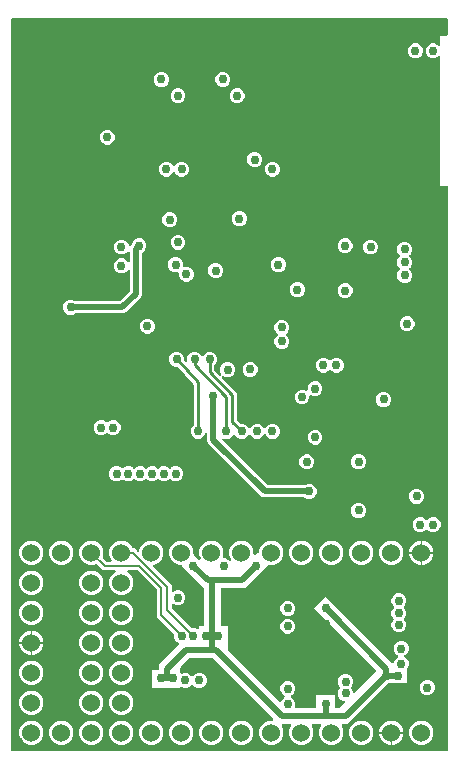
<source format=gbr>
G04 EAGLE Gerber RS-274X export*
G75*
%MOMM*%
%FSLAX34Y34*%
%LPD*%
%INCopper Layer 15*%
%IPPOS*%
%AMOC8*
5,1,8,0,0,1.08239X$1,22.5*%
G01*
G04 Define Apertures*
%ADD10C,1.530000*%
%ADD11C,0.756400*%
%ADD12C,0.254000*%
%ADD13C,0.508000*%
%ADD14C,0.200000*%
G36*
X371850Y2619D02*
X372178Y2844D01*
X372393Y3180D01*
X372460Y3540D01*
X372460Y480000D01*
X372381Y480390D01*
X372156Y480718D01*
X371821Y480933D01*
X371460Y481000D01*
X366039Y481000D01*
X366033Y481000D01*
X366009Y481008D01*
X366000Y481071D01*
X366000Y589645D01*
X365921Y590035D01*
X365696Y590363D01*
X365361Y590578D01*
X364968Y590645D01*
X364581Y590553D01*
X364293Y590352D01*
X363581Y589641D01*
X361258Y588678D01*
X358742Y588678D01*
X356419Y589641D01*
X354641Y591419D01*
X353678Y593742D01*
X353678Y596258D01*
X354641Y598581D01*
X356419Y600360D01*
X358742Y601322D01*
X361258Y601322D01*
X363581Y600360D01*
X364293Y599648D01*
X364625Y599428D01*
X365016Y599355D01*
X365405Y599440D01*
X365729Y599671D01*
X365938Y600009D01*
X366000Y600355D01*
X366000Y607961D01*
X366000Y607967D01*
X366008Y607991D01*
X366071Y608000D01*
X371460Y608000D01*
X371850Y608079D01*
X372178Y608304D01*
X372393Y608640D01*
X372460Y609000D01*
X372460Y621460D01*
X372381Y621850D01*
X372156Y622178D01*
X371821Y622393D01*
X371460Y622460D01*
X3540Y622460D01*
X3150Y622381D01*
X2822Y622156D01*
X2607Y621821D01*
X2540Y621460D01*
X2540Y3540D01*
X2619Y3150D01*
X2844Y2822D01*
X3180Y2607D01*
X3540Y2540D01*
X371460Y2540D01*
X371850Y2619D01*
G37*
%LPC*%
G36*
X343742Y588678D02*
X341419Y589641D01*
X339641Y591419D01*
X338678Y593742D01*
X338678Y596258D01*
X339641Y598581D01*
X341419Y600360D01*
X343742Y601322D01*
X346258Y601322D01*
X348581Y600360D01*
X350360Y598581D01*
X351322Y596258D01*
X351322Y593742D01*
X350360Y591419D01*
X348581Y589641D01*
X346258Y588678D01*
X343742Y588678D01*
G37*
G36*
X180742Y564678D02*
X178419Y565641D01*
X176641Y567419D01*
X175678Y569742D01*
X175678Y572258D01*
X176641Y574581D01*
X178419Y576360D01*
X180742Y577322D01*
X183258Y577322D01*
X185581Y576360D01*
X187360Y574581D01*
X188322Y572258D01*
X188322Y569742D01*
X187360Y567419D01*
X185581Y565641D01*
X183258Y564678D01*
X180742Y564678D01*
G37*
G36*
X128742Y564678D02*
X126419Y565641D01*
X124641Y567419D01*
X123678Y569742D01*
X123678Y572258D01*
X124641Y574581D01*
X126419Y576360D01*
X128742Y577322D01*
X131258Y577322D01*
X133581Y576360D01*
X135360Y574581D01*
X136322Y572258D01*
X136322Y569742D01*
X135360Y567419D01*
X133581Y565641D01*
X131258Y564678D01*
X128742Y564678D01*
G37*
G36*
X192742Y550678D02*
X190419Y551641D01*
X188641Y553419D01*
X187678Y555742D01*
X187678Y558258D01*
X188641Y560581D01*
X190419Y562360D01*
X192742Y563322D01*
X195258Y563322D01*
X197581Y562360D01*
X199360Y560581D01*
X200322Y558258D01*
X200322Y555742D01*
X199360Y553419D01*
X197581Y551641D01*
X195258Y550678D01*
X192742Y550678D01*
G37*
G36*
X142742Y550678D02*
X140419Y551641D01*
X138641Y553419D01*
X137678Y555742D01*
X137678Y558258D01*
X138641Y560581D01*
X140419Y562360D01*
X142742Y563322D01*
X145258Y563322D01*
X147581Y562360D01*
X149360Y560581D01*
X150322Y558258D01*
X150322Y555742D01*
X149360Y553419D01*
X147581Y551641D01*
X145258Y550678D01*
X142742Y550678D01*
G37*
G36*
X82742Y515678D02*
X80419Y516641D01*
X78641Y518419D01*
X77678Y520742D01*
X77678Y523258D01*
X78641Y525581D01*
X80419Y527360D01*
X82742Y528322D01*
X85258Y528322D01*
X87581Y527360D01*
X89360Y525581D01*
X90322Y523258D01*
X90322Y520742D01*
X89360Y518419D01*
X87581Y516641D01*
X85258Y515678D01*
X82742Y515678D01*
G37*
G36*
X207742Y496678D02*
X205419Y497641D01*
X203641Y499419D01*
X202678Y501742D01*
X202678Y504258D01*
X203641Y506581D01*
X205419Y508360D01*
X207742Y509322D01*
X210258Y509322D01*
X212581Y508360D01*
X214360Y506581D01*
X215322Y504258D01*
X215322Y501742D01*
X214360Y499419D01*
X212581Y497641D01*
X210258Y496678D01*
X207742Y496678D01*
G37*
G36*
X222742Y488678D02*
X220419Y489641D01*
X218641Y491419D01*
X217678Y493742D01*
X217678Y496258D01*
X218641Y498581D01*
X220419Y500360D01*
X222742Y501322D01*
X225258Y501322D01*
X227581Y500360D01*
X229360Y498581D01*
X230322Y496258D01*
X230322Y493742D01*
X229360Y491419D01*
X227581Y489641D01*
X225258Y488678D01*
X222742Y488678D01*
G37*
G36*
X132742Y488678D02*
X130419Y489641D01*
X128641Y491419D01*
X127678Y493742D01*
X127678Y496258D01*
X128641Y498581D01*
X130419Y500360D01*
X132742Y501322D01*
X135258Y501322D01*
X137581Y500360D01*
X139360Y498581D01*
X139576Y498058D01*
X139799Y497728D01*
X140132Y497511D01*
X140524Y497441D01*
X140912Y497530D01*
X141235Y497763D01*
X141424Y498058D01*
X141641Y498581D01*
X143419Y500360D01*
X145742Y501322D01*
X148258Y501322D01*
X150581Y500360D01*
X152360Y498581D01*
X153322Y496258D01*
X153322Y493742D01*
X152360Y491419D01*
X150581Y489641D01*
X148258Y488678D01*
X145742Y488678D01*
X143419Y489641D01*
X141641Y491419D01*
X141424Y491942D01*
X141201Y492272D01*
X140868Y492489D01*
X140476Y492559D01*
X140088Y492470D01*
X139765Y492237D01*
X139576Y491942D01*
X139360Y491419D01*
X137581Y489641D01*
X135258Y488678D01*
X132742Y488678D01*
G37*
G36*
X194742Y446678D02*
X192419Y447641D01*
X190641Y449419D01*
X189678Y451742D01*
X189678Y454258D01*
X190641Y456581D01*
X192419Y458360D01*
X194742Y459322D01*
X197258Y459322D01*
X199581Y458360D01*
X201360Y456581D01*
X202322Y454258D01*
X202322Y451742D01*
X201360Y449419D01*
X199581Y447641D01*
X197258Y446678D01*
X194742Y446678D01*
G37*
G36*
X135742Y445678D02*
X133419Y446641D01*
X131641Y448419D01*
X130678Y450742D01*
X130678Y453258D01*
X131641Y455581D01*
X133419Y457360D01*
X135742Y458322D01*
X138258Y458322D01*
X140581Y457360D01*
X142360Y455581D01*
X143322Y453258D01*
X143322Y450742D01*
X142360Y448419D01*
X140581Y446641D01*
X138258Y445678D01*
X135742Y445678D01*
G37*
G36*
X142742Y426678D02*
X140419Y427641D01*
X138641Y429419D01*
X137678Y431742D01*
X137678Y434258D01*
X138641Y436581D01*
X140419Y438360D01*
X142742Y439322D01*
X145258Y439322D01*
X147581Y438360D01*
X149360Y436581D01*
X150322Y434258D01*
X150322Y431742D01*
X149360Y429419D01*
X147581Y427641D01*
X145258Y426678D01*
X142742Y426678D01*
G37*
G36*
X284242Y423678D02*
X281919Y424641D01*
X280141Y426419D01*
X279178Y428742D01*
X279178Y431258D01*
X280141Y433581D01*
X281919Y435360D01*
X284242Y436322D01*
X286758Y436322D01*
X289081Y435360D01*
X290860Y433581D01*
X291822Y431258D01*
X291822Y428742D01*
X290860Y426419D01*
X289081Y424641D01*
X286758Y423678D01*
X284242Y423678D01*
G37*
G36*
X51742Y371678D02*
X49419Y372641D01*
X47641Y374419D01*
X46678Y376742D01*
X46678Y379258D01*
X47641Y381581D01*
X49419Y383360D01*
X51742Y384322D01*
X54258Y384322D01*
X56599Y383352D01*
X56900Y383153D01*
X57275Y383080D01*
X94482Y383080D01*
X94872Y383159D01*
X95189Y383373D01*
X102781Y390965D01*
X103001Y391297D01*
X103074Y391672D01*
X103074Y408719D01*
X102995Y409109D01*
X102770Y409437D01*
X102435Y409652D01*
X102042Y409719D01*
X101655Y409627D01*
X101367Y409426D01*
X99581Y407641D01*
X97258Y406678D01*
X94742Y406678D01*
X92419Y407641D01*
X90641Y409419D01*
X89678Y411742D01*
X89678Y414258D01*
X90641Y416581D01*
X92419Y418360D01*
X94742Y419322D01*
X97258Y419322D01*
X99581Y418360D01*
X101367Y416574D01*
X101699Y416354D01*
X102090Y416281D01*
X102479Y416366D01*
X102803Y416597D01*
X103012Y416935D01*
X103074Y417281D01*
X103074Y424719D01*
X102995Y425109D01*
X102770Y425437D01*
X102435Y425652D01*
X102042Y425719D01*
X101655Y425627D01*
X101367Y425426D01*
X99581Y423641D01*
X97258Y422678D01*
X94742Y422678D01*
X92419Y423641D01*
X90641Y425419D01*
X89678Y427742D01*
X89678Y430258D01*
X90641Y432581D01*
X92419Y434360D01*
X94742Y435322D01*
X97258Y435322D01*
X99581Y434360D01*
X101360Y432581D01*
X102262Y430402D01*
X102485Y430072D01*
X102818Y429855D01*
X103210Y429785D01*
X103598Y429873D01*
X103893Y430077D01*
X104385Y430569D01*
X104605Y430901D01*
X104671Y431241D01*
X105641Y433581D01*
X107419Y435360D01*
X109742Y436322D01*
X112258Y436322D01*
X114581Y435360D01*
X116360Y433581D01*
X117322Y431258D01*
X117322Y428742D01*
X116360Y426419D01*
X114581Y424641D01*
X113851Y424338D01*
X113521Y424116D01*
X113304Y423782D01*
X113234Y423414D01*
X113234Y388144D01*
X112461Y386276D01*
X99878Y373693D01*
X98010Y372920D01*
X57275Y372920D01*
X56885Y372841D01*
X56598Y372647D01*
X54258Y371678D01*
X51742Y371678D01*
G37*
G36*
X305742Y422678D02*
X303419Y423641D01*
X301641Y425419D01*
X300678Y427742D01*
X300678Y430258D01*
X301641Y432581D01*
X303419Y434360D01*
X305742Y435322D01*
X308258Y435322D01*
X310581Y434360D01*
X312360Y432581D01*
X313322Y430258D01*
X313322Y427742D01*
X312360Y425419D01*
X310581Y423641D01*
X308258Y422678D01*
X305742Y422678D01*
G37*
G36*
X334742Y398678D02*
X332419Y399641D01*
X330641Y401419D01*
X329678Y403742D01*
X329678Y406258D01*
X330641Y408581D01*
X331852Y409793D01*
X332072Y410125D01*
X332145Y410516D01*
X332060Y410905D01*
X331852Y411207D01*
X330641Y412419D01*
X329678Y414742D01*
X329678Y417258D01*
X330641Y419581D01*
X331852Y420793D01*
X332072Y421125D01*
X332145Y421516D01*
X332060Y421905D01*
X331852Y422207D01*
X330641Y423419D01*
X329678Y425742D01*
X329678Y428258D01*
X330641Y430581D01*
X332419Y432360D01*
X334742Y433322D01*
X337258Y433322D01*
X339581Y432360D01*
X341360Y430581D01*
X342322Y428258D01*
X342322Y425742D01*
X341360Y423419D01*
X340148Y422207D01*
X339928Y421875D01*
X339855Y421484D01*
X339940Y421095D01*
X340148Y420793D01*
X341360Y419581D01*
X342322Y417258D01*
X342322Y414742D01*
X341360Y412419D01*
X340148Y411207D01*
X339928Y410875D01*
X339855Y410484D01*
X339940Y410095D01*
X340148Y409793D01*
X341360Y408581D01*
X342322Y406258D01*
X342322Y403742D01*
X341360Y401419D01*
X339581Y399641D01*
X337258Y398678D01*
X334742Y398678D01*
G37*
G36*
X227742Y407678D02*
X225419Y408641D01*
X223641Y410419D01*
X222678Y412742D01*
X222678Y415258D01*
X223641Y417581D01*
X225419Y419360D01*
X227742Y420322D01*
X230258Y420322D01*
X232581Y419360D01*
X234360Y417581D01*
X235322Y415258D01*
X235322Y412742D01*
X234360Y410419D01*
X232581Y408641D01*
X230258Y407678D01*
X227742Y407678D01*
G37*
G36*
X149742Y399678D02*
X147419Y400641D01*
X145641Y402419D01*
X144678Y404742D01*
X144678Y406770D01*
X144599Y407160D01*
X144374Y407488D01*
X144039Y407703D01*
X143646Y407769D01*
X143295Y407694D01*
X143258Y407678D01*
X140742Y407678D01*
X138419Y408641D01*
X136641Y410419D01*
X135678Y412742D01*
X135678Y415258D01*
X136641Y417581D01*
X138419Y419360D01*
X140742Y420322D01*
X143258Y420322D01*
X145581Y419360D01*
X147360Y417581D01*
X148322Y415258D01*
X148322Y413230D01*
X148401Y412840D01*
X148626Y412512D01*
X148962Y412297D01*
X149354Y412231D01*
X149705Y412306D01*
X149743Y412322D01*
X152258Y412322D01*
X154581Y411360D01*
X156360Y409581D01*
X157322Y407258D01*
X157322Y404742D01*
X156360Y402419D01*
X154581Y400641D01*
X152258Y399678D01*
X149742Y399678D01*
G37*
G36*
X174742Y402678D02*
X172419Y403641D01*
X170641Y405419D01*
X169678Y407742D01*
X169678Y410258D01*
X170641Y412581D01*
X172419Y414360D01*
X174742Y415322D01*
X177258Y415322D01*
X179581Y414360D01*
X181360Y412581D01*
X182322Y410258D01*
X182322Y407742D01*
X181360Y405419D01*
X179581Y403641D01*
X177258Y402678D01*
X174742Y402678D01*
G37*
G36*
X243742Y386678D02*
X241419Y387641D01*
X239641Y389419D01*
X238678Y391742D01*
X238678Y394258D01*
X239641Y396581D01*
X241419Y398360D01*
X243742Y399322D01*
X246258Y399322D01*
X248581Y398360D01*
X250360Y396581D01*
X251322Y394258D01*
X251322Y391742D01*
X250360Y389419D01*
X248581Y387641D01*
X246258Y386678D01*
X243742Y386678D01*
G37*
G36*
X284242Y385678D02*
X281919Y386641D01*
X280141Y388419D01*
X279178Y390742D01*
X279178Y393258D01*
X280141Y395581D01*
X281919Y397360D01*
X284242Y398322D01*
X286758Y398322D01*
X289081Y397360D01*
X290860Y395581D01*
X291822Y393258D01*
X291822Y390742D01*
X290860Y388419D01*
X289081Y386641D01*
X286758Y385678D01*
X284242Y385678D01*
G37*
G36*
X336742Y357678D02*
X334419Y358641D01*
X332641Y360419D01*
X331678Y362742D01*
X331678Y365258D01*
X332641Y367581D01*
X334419Y369360D01*
X336742Y370322D01*
X339258Y370322D01*
X341581Y369360D01*
X343360Y367581D01*
X344322Y365258D01*
X344322Y362742D01*
X343360Y360419D01*
X341581Y358641D01*
X339258Y357678D01*
X336742Y357678D01*
G37*
G36*
X116742Y355678D02*
X114419Y356641D01*
X112641Y358419D01*
X111678Y360742D01*
X111678Y363258D01*
X112641Y365581D01*
X114419Y367360D01*
X116742Y368322D01*
X119258Y368322D01*
X121581Y367360D01*
X123360Y365581D01*
X124322Y363258D01*
X124322Y360742D01*
X123360Y358419D01*
X121581Y356641D01*
X119258Y355678D01*
X116742Y355678D01*
G37*
G36*
X230742Y342678D02*
X228419Y343641D01*
X226641Y345419D01*
X225678Y347742D01*
X225678Y350258D01*
X226641Y352581D01*
X228352Y354293D01*
X228572Y354625D01*
X228645Y355016D01*
X228560Y355405D01*
X228352Y355707D01*
X226641Y357419D01*
X225678Y359742D01*
X225678Y362258D01*
X226641Y364581D01*
X228419Y366360D01*
X230742Y367322D01*
X233258Y367322D01*
X235581Y366360D01*
X237360Y364581D01*
X238322Y362258D01*
X238322Y359742D01*
X237360Y357419D01*
X235648Y355707D01*
X235428Y355375D01*
X235355Y354984D01*
X235440Y354595D01*
X235648Y354293D01*
X237360Y352581D01*
X238322Y350258D01*
X238322Y347742D01*
X237360Y345419D01*
X235581Y343641D01*
X233258Y342678D01*
X230742Y342678D01*
G37*
G36*
X253742Y215678D02*
X251401Y216648D01*
X251100Y216847D01*
X250725Y216920D01*
X216990Y216920D01*
X215122Y217693D01*
X169693Y263122D01*
X168920Y264990D01*
X168920Y270573D01*
X168841Y270963D01*
X168616Y271291D01*
X168281Y271506D01*
X167888Y271573D01*
X167501Y271481D01*
X167180Y271246D01*
X166996Y270956D01*
X166360Y269419D01*
X164581Y267641D01*
X162258Y266678D01*
X159742Y266678D01*
X157419Y267641D01*
X155641Y269419D01*
X154678Y271742D01*
X154678Y274258D01*
X155641Y276581D01*
X156897Y277838D01*
X157117Y278170D01*
X157190Y278545D01*
X157190Y312559D01*
X157111Y312949D01*
X156926Y313236D01*
X143936Y327355D01*
X143614Y327588D01*
X143200Y327678D01*
X141742Y327678D01*
X139419Y328641D01*
X137641Y330419D01*
X136678Y332742D01*
X136678Y335258D01*
X137641Y337581D01*
X139419Y339360D01*
X141742Y340322D01*
X144258Y340322D01*
X146581Y339360D01*
X148360Y337581D01*
X149322Y335258D01*
X149322Y333146D01*
X149401Y332756D01*
X149586Y332469D01*
X149942Y332082D01*
X150264Y331848D01*
X150652Y331759D01*
X151044Y331828D01*
X151378Y332045D01*
X151601Y332374D01*
X151678Y332759D01*
X151678Y335258D01*
X152641Y337581D01*
X154419Y339360D01*
X156742Y340322D01*
X159258Y340322D01*
X161581Y339360D01*
X163360Y337581D01*
X163576Y337058D01*
X163799Y336728D01*
X164132Y336511D01*
X164524Y336441D01*
X164912Y336530D01*
X165235Y336763D01*
X165424Y337058D01*
X165641Y337581D01*
X167419Y339360D01*
X169742Y340322D01*
X172258Y340322D01*
X174581Y339360D01*
X176360Y337581D01*
X177322Y335258D01*
X177322Y332742D01*
X176360Y330419D01*
X175103Y329162D01*
X174883Y328830D01*
X174810Y328455D01*
X174810Y324992D01*
X174889Y324602D01*
X175103Y324285D01*
X178974Y320414D01*
X179306Y320194D01*
X179697Y320121D01*
X180086Y320206D01*
X180411Y320437D01*
X180620Y320775D01*
X180680Y321169D01*
X180605Y321504D01*
X179678Y323742D01*
X179678Y326258D01*
X180641Y328581D01*
X182419Y330360D01*
X184742Y331322D01*
X187258Y331322D01*
X189581Y330360D01*
X191360Y328581D01*
X192322Y326258D01*
X192322Y323742D01*
X191360Y321419D01*
X189581Y319641D01*
X187258Y318678D01*
X184742Y318678D01*
X182504Y319605D01*
X182113Y319682D01*
X181724Y319599D01*
X181397Y319372D01*
X181185Y319035D01*
X181122Y318642D01*
X181216Y318255D01*
X181414Y317974D01*
X193810Y305578D01*
X193810Y282992D01*
X193889Y282602D01*
X194103Y282285D01*
X196773Y279615D01*
X197105Y279395D01*
X197480Y279322D01*
X199258Y279322D01*
X201581Y278360D01*
X203360Y276581D01*
X203576Y276058D01*
X203799Y275728D01*
X204132Y275511D01*
X204524Y275441D01*
X204912Y275530D01*
X205235Y275763D01*
X205424Y276058D01*
X205641Y276581D01*
X207419Y278360D01*
X209742Y279322D01*
X212258Y279322D01*
X214581Y278360D01*
X216360Y276581D01*
X216576Y276058D01*
X216799Y275728D01*
X217132Y275511D01*
X217524Y275441D01*
X217912Y275530D01*
X218235Y275763D01*
X218424Y276058D01*
X218641Y276581D01*
X220419Y278360D01*
X222742Y279322D01*
X225258Y279322D01*
X227581Y278360D01*
X229360Y276581D01*
X230322Y274258D01*
X230322Y271742D01*
X229360Y269419D01*
X227581Y267641D01*
X225258Y266678D01*
X222742Y266678D01*
X220419Y267641D01*
X218641Y269419D01*
X218424Y269942D01*
X218201Y270272D01*
X217868Y270489D01*
X217476Y270559D01*
X217088Y270470D01*
X216765Y270237D01*
X216576Y269942D01*
X216360Y269419D01*
X214581Y267641D01*
X212258Y266678D01*
X209742Y266678D01*
X207419Y267641D01*
X205641Y269419D01*
X205424Y269942D01*
X205201Y270272D01*
X204868Y270489D01*
X204476Y270559D01*
X204088Y270470D01*
X203765Y270237D01*
X203576Y269942D01*
X203360Y269419D01*
X201581Y267641D01*
X199258Y266678D01*
X196742Y266678D01*
X194419Y267641D01*
X192641Y269419D01*
X192424Y269942D01*
X192201Y270272D01*
X191868Y270489D01*
X191476Y270559D01*
X191088Y270470D01*
X190765Y270237D01*
X190576Y269942D01*
X190360Y269419D01*
X188581Y267641D01*
X186258Y266678D01*
X183742Y266678D01*
X182862Y267043D01*
X182472Y267119D01*
X182082Y267036D01*
X181756Y266809D01*
X181544Y266472D01*
X181481Y266079D01*
X181575Y265692D01*
X181773Y265412D01*
X219811Y227373D01*
X220143Y227153D01*
X220518Y227080D01*
X250725Y227080D01*
X251115Y227159D01*
X251402Y227353D01*
X253742Y228322D01*
X256258Y228322D01*
X258581Y227360D01*
X260360Y225581D01*
X261322Y223258D01*
X261322Y220742D01*
X260360Y218419D01*
X258581Y216641D01*
X256258Y215678D01*
X253742Y215678D01*
G37*
G36*
X265742Y322678D02*
X263419Y323641D01*
X261641Y325419D01*
X260678Y327742D01*
X260678Y330258D01*
X261641Y332581D01*
X263419Y334360D01*
X265742Y335322D01*
X268258Y335322D01*
X270581Y334360D01*
X271793Y333148D01*
X272125Y332928D01*
X272516Y332855D01*
X272905Y332940D01*
X273207Y333148D01*
X274419Y334360D01*
X276742Y335322D01*
X279258Y335322D01*
X281581Y334360D01*
X283360Y332581D01*
X284322Y330258D01*
X284322Y327742D01*
X283360Y325419D01*
X281581Y323641D01*
X279258Y322678D01*
X276742Y322678D01*
X274419Y323641D01*
X273207Y324852D01*
X272875Y325072D01*
X272484Y325145D01*
X272095Y325060D01*
X271793Y324852D01*
X270581Y323641D01*
X268258Y322678D01*
X265742Y322678D01*
G37*
G36*
X203742Y318984D02*
X201419Y319947D01*
X199641Y321725D01*
X198678Y324048D01*
X198678Y326564D01*
X199641Y328887D01*
X201419Y330666D01*
X203742Y331628D01*
X206258Y331628D01*
X208581Y330666D01*
X210360Y328887D01*
X211322Y326564D01*
X211322Y324048D01*
X210360Y321725D01*
X208581Y319947D01*
X206258Y318984D01*
X203742Y318984D01*
G37*
G36*
X247742Y295678D02*
X245419Y296641D01*
X243641Y298419D01*
X242678Y300742D01*
X242678Y303258D01*
X243641Y305581D01*
X245419Y307360D01*
X247742Y308322D01*
X250258Y308322D01*
X252295Y307478D01*
X252686Y307402D01*
X253075Y307484D01*
X253402Y307712D01*
X253614Y308049D01*
X253678Y308402D01*
X253678Y310258D01*
X254641Y312581D01*
X256419Y314360D01*
X258742Y315322D01*
X261258Y315322D01*
X263581Y314360D01*
X265360Y312581D01*
X266322Y310258D01*
X266322Y307742D01*
X265360Y305419D01*
X263581Y303641D01*
X261258Y302678D01*
X258742Y302678D01*
X256705Y303522D01*
X256314Y303598D01*
X255925Y303516D01*
X255598Y303288D01*
X255386Y302951D01*
X255322Y302598D01*
X255322Y300742D01*
X254360Y298419D01*
X252581Y296641D01*
X250258Y295678D01*
X247742Y295678D01*
G37*
G36*
X316742Y293678D02*
X314419Y294641D01*
X312641Y296419D01*
X311678Y298742D01*
X311678Y301258D01*
X312641Y303581D01*
X314419Y305360D01*
X316742Y306322D01*
X319258Y306322D01*
X321581Y305360D01*
X323360Y303581D01*
X324322Y301258D01*
X324322Y298742D01*
X323360Y296419D01*
X321581Y294641D01*
X319258Y293678D01*
X316742Y293678D01*
G37*
G36*
X77742Y269678D02*
X75419Y270641D01*
X73641Y272419D01*
X72678Y274742D01*
X72678Y277258D01*
X73641Y279581D01*
X75419Y281360D01*
X77742Y282322D01*
X80258Y282322D01*
X82581Y281360D01*
X83293Y280648D01*
X83625Y280428D01*
X84016Y280355D01*
X84405Y280440D01*
X84707Y280648D01*
X85419Y281360D01*
X87742Y282322D01*
X90258Y282322D01*
X92581Y281360D01*
X94360Y279581D01*
X95322Y277258D01*
X95322Y274742D01*
X94360Y272419D01*
X92581Y270641D01*
X90258Y269678D01*
X87742Y269678D01*
X85419Y270641D01*
X84707Y271352D01*
X84375Y271572D01*
X83984Y271645D01*
X83595Y271560D01*
X83293Y271352D01*
X82581Y270641D01*
X80258Y269678D01*
X77742Y269678D01*
G37*
G36*
X258742Y261678D02*
X256419Y262641D01*
X254641Y264419D01*
X253678Y266742D01*
X253678Y269258D01*
X254641Y271581D01*
X256419Y273360D01*
X258742Y274322D01*
X261258Y274322D01*
X263581Y273360D01*
X265360Y271581D01*
X266322Y269258D01*
X266322Y266742D01*
X265360Y264419D01*
X263581Y262641D01*
X261258Y261678D01*
X258742Y261678D01*
G37*
G36*
X295592Y240828D02*
X293269Y241791D01*
X291491Y243569D01*
X290528Y245892D01*
X290528Y248408D01*
X291491Y250731D01*
X293269Y252510D01*
X295592Y253472D01*
X298108Y253472D01*
X300431Y252510D01*
X302210Y250731D01*
X303172Y248408D01*
X303172Y245892D01*
X302210Y243569D01*
X300431Y241791D01*
X298108Y240828D01*
X295592Y240828D01*
G37*
G36*
X251742Y240678D02*
X249419Y241641D01*
X247641Y243419D01*
X246678Y245742D01*
X246678Y248258D01*
X247641Y250581D01*
X249419Y252360D01*
X251742Y253322D01*
X254258Y253322D01*
X256581Y252360D01*
X258360Y250581D01*
X259322Y248258D01*
X259322Y245742D01*
X258360Y243419D01*
X256581Y241641D01*
X254258Y240678D01*
X251742Y240678D01*
G37*
G36*
X90742Y230678D02*
X88419Y231641D01*
X86641Y233419D01*
X85678Y235742D01*
X85678Y238258D01*
X86641Y240581D01*
X88419Y242360D01*
X90742Y243322D01*
X93258Y243322D01*
X95581Y242360D01*
X96293Y241648D01*
X96625Y241428D01*
X97016Y241355D01*
X97405Y241440D01*
X97707Y241648D01*
X98419Y242360D01*
X100742Y243322D01*
X103258Y243322D01*
X105581Y242360D01*
X106293Y241648D01*
X106625Y241428D01*
X107016Y241355D01*
X107405Y241440D01*
X107707Y241648D01*
X108419Y242360D01*
X110742Y243322D01*
X113258Y243322D01*
X115581Y242360D01*
X116293Y241648D01*
X116625Y241428D01*
X117016Y241355D01*
X117405Y241440D01*
X117707Y241648D01*
X118419Y242360D01*
X120742Y243322D01*
X123258Y243322D01*
X125581Y242360D01*
X126293Y241648D01*
X126625Y241428D01*
X127016Y241355D01*
X127405Y241440D01*
X127707Y241648D01*
X128419Y242360D01*
X130742Y243322D01*
X133258Y243322D01*
X135581Y242360D01*
X136293Y241648D01*
X136625Y241428D01*
X137016Y241355D01*
X137405Y241440D01*
X137707Y241648D01*
X138419Y242360D01*
X140742Y243322D01*
X143258Y243322D01*
X145581Y242360D01*
X147360Y240581D01*
X148322Y238258D01*
X148322Y235742D01*
X147360Y233419D01*
X145581Y231641D01*
X143258Y230678D01*
X140742Y230678D01*
X138419Y231641D01*
X137707Y232352D01*
X137375Y232572D01*
X136984Y232645D01*
X136595Y232560D01*
X136293Y232352D01*
X135581Y231641D01*
X133258Y230678D01*
X130742Y230678D01*
X128419Y231641D01*
X127707Y232352D01*
X127375Y232572D01*
X126984Y232645D01*
X126595Y232560D01*
X126293Y232352D01*
X125581Y231641D01*
X123258Y230678D01*
X120742Y230678D01*
X118419Y231641D01*
X117707Y232352D01*
X117375Y232572D01*
X116984Y232645D01*
X116595Y232560D01*
X116293Y232352D01*
X115581Y231641D01*
X113258Y230678D01*
X110742Y230678D01*
X108419Y231641D01*
X107707Y232352D01*
X107375Y232572D01*
X106984Y232645D01*
X106595Y232560D01*
X106293Y232352D01*
X105581Y231641D01*
X103258Y230678D01*
X100742Y230678D01*
X98419Y231641D01*
X97707Y232352D01*
X97375Y232572D01*
X96984Y232645D01*
X96595Y232560D01*
X96293Y232352D01*
X95581Y231641D01*
X93258Y230678D01*
X90742Y230678D01*
G37*
G36*
X344742Y211678D02*
X342419Y212641D01*
X340641Y214419D01*
X339678Y216742D01*
X339678Y219258D01*
X340641Y221581D01*
X342419Y223360D01*
X344742Y224322D01*
X347258Y224322D01*
X349581Y223360D01*
X351360Y221581D01*
X352322Y219258D01*
X352322Y216742D01*
X351360Y214419D01*
X349581Y212641D01*
X347258Y211678D01*
X344742Y211678D01*
G37*
G36*
X295742Y199678D02*
X293419Y200641D01*
X291641Y202419D01*
X290678Y204742D01*
X290678Y207258D01*
X291641Y209581D01*
X293419Y211360D01*
X295742Y212322D01*
X298258Y212322D01*
X300581Y211360D01*
X302360Y209581D01*
X303322Y207258D01*
X303322Y204742D01*
X302360Y202419D01*
X300581Y200641D01*
X298258Y199678D01*
X295742Y199678D01*
G37*
G36*
X347742Y187678D02*
X345419Y188641D01*
X343641Y190419D01*
X342678Y192742D01*
X342678Y195258D01*
X343641Y197581D01*
X345419Y199360D01*
X347742Y200322D01*
X350258Y200322D01*
X352581Y199360D01*
X353793Y198148D01*
X354125Y197928D01*
X354516Y197855D01*
X354905Y197940D01*
X355207Y198148D01*
X356419Y199360D01*
X358742Y200322D01*
X361258Y200322D01*
X363581Y199360D01*
X365360Y197581D01*
X366322Y195258D01*
X366322Y192742D01*
X365360Y190419D01*
X363581Y188641D01*
X361258Y187678D01*
X358742Y187678D01*
X356419Y188641D01*
X355207Y189852D01*
X354875Y190072D01*
X354484Y190145D01*
X354095Y190060D01*
X353793Y189852D01*
X352581Y188641D01*
X350258Y187678D01*
X347742Y187678D01*
G37*
G36*
X339910Y170972D02*
X339910Y172237D01*
X341461Y175982D01*
X344328Y178849D01*
X348073Y180400D01*
X349338Y180400D01*
X349338Y170972D01*
X339910Y170972D01*
G37*
G36*
X322673Y160020D02*
X318928Y161571D01*
X316061Y164438D01*
X314510Y168183D01*
X314510Y172237D01*
X316061Y175982D01*
X318928Y178849D01*
X322673Y180400D01*
X326727Y180400D01*
X330472Y178849D01*
X333339Y175982D01*
X334890Y172237D01*
X334890Y168183D01*
X333339Y164438D01*
X330472Y161571D01*
X326727Y160020D01*
X322673Y160020D01*
G37*
G36*
X297273Y160020D02*
X293528Y161571D01*
X290661Y164438D01*
X289110Y168183D01*
X289110Y172237D01*
X290661Y175982D01*
X293528Y178849D01*
X297273Y180400D01*
X301327Y180400D01*
X305072Y178849D01*
X307939Y175982D01*
X309490Y172237D01*
X309490Y168183D01*
X307939Y164438D01*
X305072Y161571D01*
X301327Y160020D01*
X297273Y160020D01*
G37*
G36*
X271873Y160020D02*
X268128Y161571D01*
X265261Y164438D01*
X263710Y168183D01*
X263710Y172237D01*
X265261Y175982D01*
X268128Y178849D01*
X271873Y180400D01*
X275927Y180400D01*
X279672Y178849D01*
X282539Y175982D01*
X284090Y172237D01*
X284090Y168183D01*
X282539Y164438D01*
X279672Y161571D01*
X275927Y160020D01*
X271873Y160020D01*
G37*
G36*
X246473Y160020D02*
X242728Y161571D01*
X239861Y164438D01*
X238310Y168183D01*
X238310Y172237D01*
X239861Y175982D01*
X242728Y178849D01*
X246473Y180400D01*
X250527Y180400D01*
X254272Y178849D01*
X257139Y175982D01*
X258690Y172237D01*
X258690Y168183D01*
X257139Y164438D01*
X254272Y161571D01*
X250527Y160020D01*
X246473Y160020D01*
G37*
G36*
X17873Y160020D02*
X14128Y161571D01*
X11261Y164438D01*
X9710Y168183D01*
X9710Y172237D01*
X11261Y175982D01*
X14128Y178849D01*
X17873Y180400D01*
X21927Y180400D01*
X25672Y178849D01*
X28539Y175982D01*
X30090Y172237D01*
X30090Y168183D01*
X28539Y164438D01*
X25672Y161571D01*
X21927Y160020D01*
X17873Y160020D01*
G37*
G36*
X43273Y160020D02*
X39528Y161571D01*
X36661Y164438D01*
X35110Y168183D01*
X35110Y172237D01*
X36661Y175982D01*
X39528Y178849D01*
X43273Y180400D01*
X47327Y180400D01*
X51072Y178849D01*
X53939Y175982D01*
X55490Y172237D01*
X55490Y168183D01*
X53939Y164438D01*
X51072Y161571D01*
X47327Y160020D01*
X43273Y160020D01*
G37*
G36*
X221073Y7620D02*
X217328Y9171D01*
X214461Y12038D01*
X212910Y15783D01*
X212910Y19837D01*
X214461Y23582D01*
X217328Y26449D01*
X221073Y28000D01*
X223586Y28000D01*
X223976Y28079D01*
X224304Y28304D01*
X224519Y28640D01*
X224585Y29032D01*
X224494Y29419D01*
X224293Y29707D01*
X173293Y80707D01*
X172961Y80927D01*
X172586Y81000D01*
X154414Y81000D01*
X154024Y80921D01*
X153707Y80707D01*
X146293Y73293D01*
X146073Y72961D01*
X146000Y72586D01*
X146000Y68683D01*
X146079Y68293D01*
X146304Y67964D01*
X146640Y67750D01*
X147032Y67683D01*
X147383Y67759D01*
X148742Y68322D01*
X151258Y68322D01*
X153581Y67360D01*
X155293Y65648D01*
X155625Y65428D01*
X156016Y65355D01*
X156405Y65440D01*
X156707Y65648D01*
X158419Y67360D01*
X160742Y68322D01*
X163258Y68322D01*
X165581Y67360D01*
X167360Y65581D01*
X168322Y63258D01*
X168322Y60742D01*
X167360Y58419D01*
X165581Y56641D01*
X163258Y55678D01*
X160742Y55678D01*
X158419Y56641D01*
X156707Y58352D01*
X156375Y58572D01*
X155984Y58645D01*
X155595Y58560D01*
X155293Y58352D01*
X153581Y56641D01*
X151258Y55678D01*
X148742Y55678D01*
X147175Y56327D01*
X146785Y56403D01*
X146395Y56321D01*
X146114Y56084D01*
X146101Y56099D01*
X145996Y56010D01*
X145929Y56000D01*
X122039Y56000D01*
X122033Y56000D01*
X122009Y56008D01*
X122000Y56071D01*
X122000Y70961D01*
X122000Y70967D01*
X122008Y70991D01*
X122071Y71000D01*
X127000Y71000D01*
X127390Y71079D01*
X127718Y71304D01*
X127933Y71640D01*
X128000Y72000D01*
X128000Y75945D01*
X128004Y75983D01*
X128009Y75995D01*
X128050Y76050D01*
X144639Y92639D01*
X144858Y92970D01*
X144931Y93362D01*
X144846Y93750D01*
X144616Y94075D01*
X144314Y94270D01*
X143419Y94641D01*
X141641Y96419D01*
X140678Y98742D01*
X140678Y100901D01*
X140599Y101292D01*
X140385Y101609D01*
X126460Y115534D01*
X126460Y138119D01*
X126381Y138510D01*
X126167Y138827D01*
X109827Y155167D01*
X109495Y155387D01*
X109119Y155460D01*
X102044Y155460D01*
X101654Y155381D01*
X101325Y155156D01*
X101111Y154821D01*
X101044Y154428D01*
X101136Y154041D01*
X101371Y153720D01*
X101661Y153536D01*
X101872Y153449D01*
X104739Y150582D01*
X106290Y146837D01*
X106290Y142783D01*
X104739Y139038D01*
X101872Y136171D01*
X98127Y134620D01*
X94073Y134620D01*
X90328Y136171D01*
X87461Y139038D01*
X85910Y142783D01*
X85910Y146837D01*
X87461Y150582D01*
X90328Y153449D01*
X90539Y153536D01*
X90869Y153759D01*
X91086Y154092D01*
X91156Y154484D01*
X91067Y154872D01*
X90835Y155195D01*
X90494Y155401D01*
X90156Y155460D01*
X80444Y155460D01*
X75432Y160472D01*
X75100Y160692D01*
X74709Y160765D01*
X74342Y160689D01*
X72727Y160020D01*
X68673Y160020D01*
X64928Y161571D01*
X62061Y164438D01*
X60510Y168183D01*
X60510Y172237D01*
X62061Y175982D01*
X64928Y178849D01*
X68673Y180400D01*
X72727Y180400D01*
X76472Y178849D01*
X79339Y175982D01*
X80890Y172237D01*
X80890Y168183D01*
X80221Y166568D01*
X80145Y166178D01*
X80227Y165788D01*
X80438Y165478D01*
X83083Y162833D01*
X83415Y162613D01*
X83791Y162540D01*
X86945Y162540D01*
X87335Y162619D01*
X87663Y162844D01*
X87878Y163180D01*
X87944Y163572D01*
X87853Y163959D01*
X87652Y164247D01*
X87461Y164438D01*
X85910Y168183D01*
X85910Y172237D01*
X87461Y175982D01*
X90328Y178849D01*
X94073Y180400D01*
X98127Y180400D01*
X101872Y178849D01*
X104739Y175982D01*
X105408Y174367D01*
X105630Y174037D01*
X105964Y173820D01*
X106331Y173750D01*
X107256Y173750D01*
X109603Y171403D01*
X109935Y171184D01*
X110326Y171111D01*
X110715Y171196D01*
X111039Y171426D01*
X111248Y171765D01*
X111310Y172111D01*
X111310Y172237D01*
X112861Y175982D01*
X115728Y178849D01*
X119473Y180400D01*
X123527Y180400D01*
X127272Y178849D01*
X130139Y175982D01*
X131690Y172237D01*
X131690Y168183D01*
X130139Y164438D01*
X127272Y161571D01*
X123527Y160020D01*
X123401Y160020D01*
X123011Y159941D01*
X122682Y159716D01*
X122468Y159381D01*
X122401Y158988D01*
X122493Y158601D01*
X122693Y158313D01*
X138540Y142466D01*
X138540Y137895D01*
X138619Y137505D01*
X138844Y137177D01*
X139180Y136962D01*
X139572Y136895D01*
X139959Y136987D01*
X140247Y137188D01*
X140419Y137360D01*
X142742Y138322D01*
X145258Y138322D01*
X147581Y137360D01*
X149360Y135581D01*
X150322Y133258D01*
X150322Y130742D01*
X149360Y128419D01*
X147581Y126641D01*
X145258Y125678D01*
X142742Y125678D01*
X140419Y126641D01*
X140247Y126812D01*
X139915Y127032D01*
X139524Y127105D01*
X139135Y127020D01*
X138811Y126789D01*
X138602Y126451D01*
X138540Y126105D01*
X138540Y123881D01*
X138619Y123491D01*
X138833Y123173D01*
X155391Y106615D01*
X155723Y106395D01*
X156099Y106322D01*
X158258Y106322D01*
X160617Y105345D01*
X161008Y105268D01*
X161397Y105351D01*
X161724Y105578D01*
X161936Y105915D01*
X162000Y106268D01*
X162000Y107961D01*
X162000Y107967D01*
X162008Y107991D01*
X162071Y108000D01*
X165000Y108000D01*
X165390Y108079D01*
X165718Y108304D01*
X165933Y108640D01*
X166000Y109000D01*
X166000Y139586D01*
X165921Y139976D01*
X165707Y140293D01*
X147028Y158972D01*
X147023Y158977D01*
X147010Y159003D01*
X146981Y159138D01*
X146957Y159337D01*
X146758Y159682D01*
X146440Y159922D01*
X146009Y160020D01*
X144873Y160020D01*
X141128Y161571D01*
X138261Y164438D01*
X136710Y168183D01*
X136710Y172237D01*
X138261Y175982D01*
X141128Y178849D01*
X144873Y180400D01*
X148927Y180400D01*
X152672Y178849D01*
X155539Y175982D01*
X157090Y172237D01*
X157090Y169324D01*
X157169Y168934D01*
X157383Y168617D01*
X161591Y164409D01*
X161923Y164189D01*
X162314Y164116D01*
X162703Y164202D01*
X163027Y164432D01*
X163236Y164771D01*
X163297Y165164D01*
X163222Y165499D01*
X162110Y168183D01*
X162110Y172237D01*
X163661Y175982D01*
X166528Y178849D01*
X170273Y180400D01*
X174327Y180400D01*
X178072Y178849D01*
X180939Y175982D01*
X182490Y172237D01*
X182490Y168183D01*
X181878Y166705D01*
X181802Y166314D01*
X181884Y165925D01*
X182112Y165598D01*
X182448Y165386D01*
X182802Y165322D01*
X184258Y165322D01*
X186581Y164360D01*
X187316Y163625D01*
X187647Y163405D01*
X188039Y163332D01*
X188427Y163418D01*
X188752Y163648D01*
X188961Y163987D01*
X189022Y164380D01*
X188947Y164715D01*
X187510Y168183D01*
X187510Y172237D01*
X189061Y175982D01*
X191928Y178849D01*
X195673Y180400D01*
X199727Y180400D01*
X203472Y178849D01*
X206339Y175982D01*
X207890Y172237D01*
X207890Y169304D01*
X207969Y168914D01*
X208194Y168586D01*
X208530Y168371D01*
X208922Y168305D01*
X209309Y168396D01*
X209597Y168597D01*
X210972Y169972D01*
X210977Y169977D01*
X210999Y169988D01*
X211050Y169950D01*
X211203Y169797D01*
X211535Y169577D01*
X211926Y169504D01*
X212315Y169590D01*
X212639Y169820D01*
X212848Y170159D01*
X212910Y170504D01*
X212910Y172237D01*
X214461Y175982D01*
X217328Y178849D01*
X221073Y180400D01*
X225127Y180400D01*
X228872Y178849D01*
X231739Y175982D01*
X233290Y172237D01*
X233290Y168183D01*
X231739Y164438D01*
X228872Y161571D01*
X225127Y160020D01*
X221434Y160020D01*
X221044Y159941D01*
X220727Y159727D01*
X201039Y140039D01*
X201009Y140015D01*
X200997Y140010D01*
X200929Y140000D01*
X181000Y140000D01*
X180610Y139921D01*
X180282Y139696D01*
X180067Y139361D01*
X180000Y139000D01*
X180000Y109000D01*
X180079Y108610D01*
X180304Y108282D01*
X180640Y108067D01*
X181000Y108000D01*
X185961Y108000D01*
X185967Y108000D01*
X185991Y107992D01*
X186000Y107929D01*
X186000Y88414D01*
X186079Y88024D01*
X186293Y87707D01*
X229639Y44361D01*
X229970Y44142D01*
X230362Y44069D01*
X230750Y44154D01*
X231075Y44384D01*
X231270Y44686D01*
X231641Y45581D01*
X233419Y47360D01*
X233942Y47576D01*
X234272Y47799D01*
X234489Y48132D01*
X234559Y48524D01*
X234470Y48912D01*
X234237Y49235D01*
X233942Y49424D01*
X233419Y49641D01*
X231641Y51419D01*
X230678Y53742D01*
X230678Y56258D01*
X231641Y58581D01*
X233419Y60360D01*
X235742Y61322D01*
X238258Y61322D01*
X240581Y60360D01*
X242360Y58581D01*
X243322Y56258D01*
X243322Y53742D01*
X242360Y51419D01*
X240581Y49641D01*
X240058Y49424D01*
X239728Y49201D01*
X239511Y48868D01*
X239441Y48476D01*
X239530Y48088D01*
X239763Y47765D01*
X240058Y47576D01*
X240581Y47360D01*
X242360Y45581D01*
X243322Y43258D01*
X243322Y40742D01*
X243173Y40383D01*
X243097Y39992D01*
X243179Y39603D01*
X243407Y39276D01*
X243744Y39064D01*
X244097Y39000D01*
X260000Y39000D01*
X260390Y39079D01*
X260718Y39304D01*
X260933Y39640D01*
X261000Y40000D01*
X261000Y49961D01*
X261000Y49967D01*
X261008Y49991D01*
X261071Y50000D01*
X276961Y50000D01*
X276967Y50000D01*
X276991Y49992D01*
X277000Y49929D01*
X277000Y40000D01*
X277079Y39610D01*
X277304Y39282D01*
X277640Y39067D01*
X278000Y39000D01*
X280586Y39000D01*
X280976Y39079D01*
X281293Y39293D01*
X285053Y43053D01*
X285273Y43385D01*
X285346Y43776D01*
X285260Y44165D01*
X285030Y44489D01*
X284728Y44684D01*
X282419Y45641D01*
X280641Y47419D01*
X279678Y49742D01*
X279678Y52258D01*
X280641Y54581D01*
X281352Y55293D01*
X281572Y55625D01*
X281645Y56016D01*
X281560Y56405D01*
X281352Y56707D01*
X280641Y57419D01*
X279678Y59742D01*
X279678Y62258D01*
X280641Y64581D01*
X282419Y66360D01*
X284742Y67322D01*
X287258Y67322D01*
X289581Y66360D01*
X291360Y64581D01*
X292322Y62258D01*
X292322Y59742D01*
X291360Y57419D01*
X290648Y56707D01*
X290428Y56375D01*
X290355Y55984D01*
X290440Y55595D01*
X290648Y55293D01*
X291360Y54581D01*
X292316Y52272D01*
X292539Y51942D01*
X292872Y51724D01*
X293264Y51655D01*
X293652Y51743D01*
X293947Y51947D01*
X311293Y69293D01*
X311513Y69625D01*
X311586Y70016D01*
X311500Y70405D01*
X311293Y70707D01*
X259028Y122972D01*
X259023Y122977D01*
X259012Y122999D01*
X259050Y123050D01*
X268972Y132972D01*
X268977Y132977D01*
X268999Y132988D01*
X269050Y132950D01*
X325053Y76947D01*
X325385Y76727D01*
X325776Y76654D01*
X326165Y76740D01*
X326489Y76970D01*
X326684Y77272D01*
X327641Y79581D01*
X329419Y81360D01*
X329942Y81576D01*
X330272Y81799D01*
X330489Y82132D01*
X330559Y82524D01*
X330470Y82912D01*
X330237Y83235D01*
X329942Y83424D01*
X329419Y83641D01*
X327641Y85419D01*
X326678Y87742D01*
X326678Y90258D01*
X327641Y92581D01*
X329419Y94360D01*
X331742Y95322D01*
X334258Y95322D01*
X336581Y94360D01*
X338360Y92581D01*
X339322Y90258D01*
X339322Y87742D01*
X338360Y85419D01*
X336581Y83641D01*
X336058Y83424D01*
X335728Y83201D01*
X335511Y82868D01*
X335441Y82476D01*
X335530Y82088D01*
X335763Y81765D01*
X336058Y81576D01*
X336581Y81360D01*
X338360Y79581D01*
X339322Y77258D01*
X339322Y74742D01*
X338360Y72419D01*
X338293Y72352D01*
X338073Y72020D01*
X338000Y71645D01*
X338000Y60039D01*
X338000Y60033D01*
X337992Y60009D01*
X337929Y60000D01*
X332234Y60000D01*
X331851Y59924D01*
X331258Y59678D01*
X328742Y59678D01*
X328149Y59924D01*
X327766Y60000D01*
X322414Y60000D01*
X322024Y59921D01*
X321707Y59707D01*
X287039Y25039D01*
X287009Y25015D01*
X286997Y25010D01*
X286929Y25000D01*
X283448Y25000D01*
X283058Y24921D01*
X282730Y24696D01*
X282515Y24361D01*
X282449Y23968D01*
X282524Y23617D01*
X284090Y19837D01*
X284090Y15783D01*
X282539Y12038D01*
X279672Y9171D01*
X275927Y7620D01*
X271873Y7620D01*
X268128Y9171D01*
X265261Y12038D01*
X263710Y15783D01*
X263710Y19837D01*
X265276Y23617D01*
X265352Y24008D01*
X265270Y24397D01*
X265042Y24724D01*
X264705Y24936D01*
X264352Y25000D01*
X258048Y25000D01*
X257658Y24921D01*
X257330Y24696D01*
X257115Y24361D01*
X257049Y23968D01*
X257124Y23617D01*
X258690Y19837D01*
X258690Y15783D01*
X257139Y12038D01*
X254272Y9171D01*
X250527Y7620D01*
X246473Y7620D01*
X242728Y9171D01*
X239861Y12038D01*
X238310Y15783D01*
X238310Y19837D01*
X239876Y23617D01*
X239952Y24008D01*
X239870Y24397D01*
X239642Y24724D01*
X239305Y24936D01*
X238952Y25000D01*
X232648Y25000D01*
X232258Y24921D01*
X231930Y24696D01*
X231715Y24361D01*
X231649Y23968D01*
X231724Y23617D01*
X233290Y19837D01*
X233290Y15783D01*
X231739Y12038D01*
X228872Y9171D01*
X225127Y7620D01*
X221073Y7620D01*
G37*
G36*
X350862Y170972D02*
X350862Y180400D01*
X352127Y180400D01*
X355872Y178849D01*
X358739Y175982D01*
X360290Y172237D01*
X360290Y170972D01*
X350862Y170972D01*
G37*
G36*
X348073Y160020D02*
X344328Y161571D01*
X341461Y164438D01*
X339910Y168183D01*
X339910Y169448D01*
X349338Y169448D01*
X349338Y160020D01*
X348073Y160020D01*
G37*
G36*
X350862Y160020D02*
X350862Y169448D01*
X360290Y169448D01*
X360290Y168183D01*
X358739Y164438D01*
X355872Y161571D01*
X352127Y160020D01*
X350862Y160020D01*
G37*
G36*
X68673Y134620D02*
X64928Y136171D01*
X62061Y139038D01*
X60510Y142783D01*
X60510Y146837D01*
X62061Y150582D01*
X64928Y153449D01*
X68673Y155000D01*
X72727Y155000D01*
X76472Y153449D01*
X79339Y150582D01*
X80890Y146837D01*
X80890Y142783D01*
X79339Y139038D01*
X76472Y136171D01*
X72727Y134620D01*
X68673Y134620D01*
G37*
G36*
X17873Y134620D02*
X14128Y136171D01*
X11261Y139038D01*
X9710Y142783D01*
X9710Y146837D01*
X11261Y150582D01*
X14128Y153449D01*
X17873Y155000D01*
X21927Y155000D01*
X25672Y153449D01*
X28539Y150582D01*
X30090Y146837D01*
X30090Y142783D01*
X28539Y139038D01*
X25672Y136171D01*
X21927Y134620D01*
X17873Y134620D01*
G37*
G36*
X329742Y102678D02*
X327419Y103641D01*
X325641Y105419D01*
X324678Y107742D01*
X324678Y110258D01*
X325641Y112581D01*
X326352Y113293D01*
X326572Y113625D01*
X326645Y114016D01*
X326560Y114405D01*
X326352Y114707D01*
X325641Y115419D01*
X324678Y117742D01*
X324678Y120258D01*
X325641Y122581D01*
X326573Y123514D01*
X326793Y123846D01*
X326866Y124237D01*
X326781Y124626D01*
X326573Y124928D01*
X325641Y125861D01*
X324678Y128184D01*
X324678Y130700D01*
X325641Y133023D01*
X327419Y134802D01*
X329742Y135764D01*
X332258Y135764D01*
X334581Y134802D01*
X336360Y133023D01*
X337322Y130700D01*
X337322Y128184D01*
X336360Y125861D01*
X335427Y124928D01*
X335207Y124596D01*
X335134Y124205D01*
X335219Y123816D01*
X335427Y123514D01*
X336360Y122581D01*
X337322Y120258D01*
X337322Y117742D01*
X336360Y115419D01*
X335648Y114707D01*
X335428Y114375D01*
X335355Y113984D01*
X335440Y113595D01*
X335648Y113293D01*
X336360Y112581D01*
X337322Y110258D01*
X337322Y107742D01*
X336360Y105419D01*
X334581Y103641D01*
X332258Y102678D01*
X329742Y102678D01*
G37*
G36*
X17873Y109220D02*
X14128Y110771D01*
X11261Y113638D01*
X9710Y117383D01*
X9710Y121437D01*
X11261Y125182D01*
X14128Y128049D01*
X17873Y129600D01*
X21927Y129600D01*
X25672Y128049D01*
X28539Y125182D01*
X30090Y121437D01*
X30090Y117383D01*
X28539Y113638D01*
X25672Y110771D01*
X21927Y109220D01*
X17873Y109220D01*
G37*
G36*
X68673Y109220D02*
X64928Y110771D01*
X62061Y113638D01*
X60510Y117383D01*
X60510Y121437D01*
X62061Y125182D01*
X64928Y128049D01*
X68673Y129600D01*
X72727Y129600D01*
X76472Y128049D01*
X79339Y125182D01*
X80890Y121437D01*
X80890Y117383D01*
X79339Y113638D01*
X76472Y110771D01*
X72727Y109220D01*
X68673Y109220D01*
G37*
G36*
X94073Y109220D02*
X90328Y110771D01*
X87461Y113638D01*
X85910Y117383D01*
X85910Y121437D01*
X87461Y125182D01*
X90328Y128049D01*
X94073Y129600D01*
X98127Y129600D01*
X101872Y128049D01*
X104739Y125182D01*
X106290Y121437D01*
X106290Y117383D01*
X104739Y113638D01*
X101872Y110771D01*
X98127Y109220D01*
X94073Y109220D01*
G37*
G36*
X235742Y116678D02*
X233419Y117641D01*
X231641Y119419D01*
X230678Y121742D01*
X230678Y124258D01*
X231641Y126581D01*
X233419Y128360D01*
X235742Y129322D01*
X238258Y129322D01*
X240581Y128360D01*
X242360Y126581D01*
X243322Y124258D01*
X243322Y121742D01*
X242360Y119419D01*
X240581Y117641D01*
X238258Y116678D01*
X235742Y116678D01*
G37*
G36*
X235742Y101678D02*
X233419Y102641D01*
X231641Y104419D01*
X230678Y106742D01*
X230678Y109258D01*
X231641Y111581D01*
X233419Y113360D01*
X235742Y114322D01*
X238258Y114322D01*
X240581Y113360D01*
X242360Y111581D01*
X243322Y109258D01*
X243322Y106742D01*
X242360Y104419D01*
X240581Y102641D01*
X238258Y101678D01*
X235742Y101678D01*
G37*
G36*
X20662Y94772D02*
X20662Y104200D01*
X21927Y104200D01*
X25672Y102649D01*
X28539Y99782D01*
X30090Y96037D01*
X30090Y94772D01*
X20662Y94772D01*
G37*
G36*
X94073Y83820D02*
X90328Y85371D01*
X87461Y88238D01*
X85910Y91983D01*
X85910Y96037D01*
X87461Y99782D01*
X90328Y102649D01*
X94073Y104200D01*
X98127Y104200D01*
X101872Y102649D01*
X104739Y99782D01*
X106290Y96037D01*
X106290Y91983D01*
X104739Y88238D01*
X101872Y85371D01*
X98127Y83820D01*
X94073Y83820D01*
G37*
G36*
X68673Y83820D02*
X64928Y85371D01*
X62061Y88238D01*
X60510Y91983D01*
X60510Y96037D01*
X62061Y99782D01*
X64928Y102649D01*
X68673Y104200D01*
X72727Y104200D01*
X76472Y102649D01*
X79339Y99782D01*
X80890Y96037D01*
X80890Y91983D01*
X79339Y88238D01*
X76472Y85371D01*
X72727Y83820D01*
X68673Y83820D01*
G37*
G36*
X9710Y94772D02*
X9710Y96037D01*
X11261Y99782D01*
X14128Y102649D01*
X17873Y104200D01*
X19138Y104200D01*
X19138Y94772D01*
X9710Y94772D01*
G37*
G36*
X17873Y83820D02*
X14128Y85371D01*
X11261Y88238D01*
X9710Y91983D01*
X9710Y93248D01*
X19138Y93248D01*
X19138Y83820D01*
X17873Y83820D01*
G37*
G36*
X20662Y83820D02*
X20662Y93248D01*
X30090Y93248D01*
X30090Y91983D01*
X28539Y88238D01*
X25672Y85371D01*
X21927Y83820D01*
X20662Y83820D01*
G37*
G36*
X94073Y58420D02*
X90328Y59971D01*
X87461Y62838D01*
X85910Y66583D01*
X85910Y70637D01*
X87461Y74382D01*
X90328Y77249D01*
X94073Y78800D01*
X98127Y78800D01*
X101872Y77249D01*
X104739Y74382D01*
X106290Y70637D01*
X106290Y66583D01*
X104739Y62838D01*
X101872Y59971D01*
X98127Y58420D01*
X94073Y58420D01*
G37*
G36*
X68673Y58420D02*
X64928Y59971D01*
X62061Y62838D01*
X60510Y66583D01*
X60510Y70637D01*
X62061Y74382D01*
X64928Y77249D01*
X68673Y78800D01*
X72727Y78800D01*
X76472Y77249D01*
X79339Y74382D01*
X80890Y70637D01*
X80890Y66583D01*
X79339Y62838D01*
X76472Y59971D01*
X72727Y58420D01*
X68673Y58420D01*
G37*
G36*
X17873Y58420D02*
X14128Y59971D01*
X11261Y62838D01*
X9710Y66583D01*
X9710Y70637D01*
X11261Y74382D01*
X14128Y77249D01*
X17873Y78800D01*
X21927Y78800D01*
X25672Y77249D01*
X28539Y74382D01*
X30090Y70637D01*
X30090Y66583D01*
X28539Y62838D01*
X25672Y59971D01*
X21927Y58420D01*
X17873Y58420D01*
G37*
G36*
X353742Y49678D02*
X351419Y50641D01*
X349641Y52419D01*
X348678Y54742D01*
X348678Y57258D01*
X349641Y59581D01*
X351419Y61360D01*
X353742Y62322D01*
X356258Y62322D01*
X358581Y61360D01*
X360360Y59581D01*
X361322Y57258D01*
X361322Y54742D01*
X360360Y52419D01*
X358581Y50641D01*
X356258Y49678D01*
X353742Y49678D01*
G37*
G36*
X94073Y33020D02*
X90328Y34571D01*
X87461Y37438D01*
X85910Y41183D01*
X85910Y45237D01*
X87461Y48982D01*
X90328Y51849D01*
X94073Y53400D01*
X98127Y53400D01*
X101872Y51849D01*
X104739Y48982D01*
X106290Y45237D01*
X106290Y41183D01*
X104739Y37438D01*
X101872Y34571D01*
X98127Y33020D01*
X94073Y33020D01*
G37*
G36*
X68673Y33020D02*
X64928Y34571D01*
X62061Y37438D01*
X60510Y41183D01*
X60510Y45237D01*
X62061Y48982D01*
X64928Y51849D01*
X68673Y53400D01*
X72727Y53400D01*
X76472Y51849D01*
X79339Y48982D01*
X80890Y45237D01*
X80890Y41183D01*
X79339Y37438D01*
X76472Y34571D01*
X72727Y33020D01*
X68673Y33020D01*
G37*
G36*
X17873Y33020D02*
X14128Y34571D01*
X11261Y37438D01*
X9710Y41183D01*
X9710Y45237D01*
X11261Y48982D01*
X14128Y51849D01*
X17873Y53400D01*
X21927Y53400D01*
X25672Y51849D01*
X28539Y48982D01*
X30090Y45237D01*
X30090Y41183D01*
X28539Y37438D01*
X25672Y34571D01*
X21927Y33020D01*
X17873Y33020D01*
G37*
G36*
X348073Y7620D02*
X344328Y9171D01*
X341461Y12038D01*
X339910Y15783D01*
X339910Y19837D01*
X341461Y23582D01*
X344328Y26449D01*
X348073Y28000D01*
X352127Y28000D01*
X355872Y26449D01*
X358739Y23582D01*
X360290Y19837D01*
X360290Y15783D01*
X358739Y12038D01*
X355872Y9171D01*
X352127Y7620D01*
X348073Y7620D01*
G37*
G36*
X314510Y18572D02*
X314510Y19837D01*
X316061Y23582D01*
X318928Y26449D01*
X322673Y28000D01*
X326727Y28000D01*
X330472Y26449D01*
X333339Y23582D01*
X334890Y19837D01*
X334890Y18572D01*
X314510Y18572D01*
G37*
G36*
X297273Y7620D02*
X293528Y9171D01*
X290661Y12038D01*
X289110Y15783D01*
X289110Y19837D01*
X290661Y23582D01*
X293528Y26449D01*
X297273Y28000D01*
X301327Y28000D01*
X305072Y26449D01*
X307939Y23582D01*
X309490Y19837D01*
X309490Y15783D01*
X307939Y12038D01*
X305072Y9171D01*
X301327Y7620D01*
X297273Y7620D01*
G37*
G36*
X195673Y7620D02*
X191928Y9171D01*
X189061Y12038D01*
X187510Y15783D01*
X187510Y19837D01*
X189061Y23582D01*
X191928Y26449D01*
X195673Y28000D01*
X199727Y28000D01*
X203472Y26449D01*
X206339Y23582D01*
X207890Y19837D01*
X207890Y15783D01*
X206339Y12038D01*
X203472Y9171D01*
X199727Y7620D01*
X195673Y7620D01*
G37*
G36*
X170273Y7620D02*
X166528Y9171D01*
X163661Y12038D01*
X162110Y15783D01*
X162110Y19837D01*
X163661Y23582D01*
X166528Y26449D01*
X170273Y28000D01*
X174327Y28000D01*
X178072Y26449D01*
X180939Y23582D01*
X182490Y19837D01*
X182490Y15783D01*
X180939Y12038D01*
X178072Y9171D01*
X174327Y7620D01*
X170273Y7620D01*
G37*
G36*
X144873Y7620D02*
X141128Y9171D01*
X138261Y12038D01*
X136710Y15783D01*
X136710Y19837D01*
X138261Y23582D01*
X141128Y26449D01*
X144873Y28000D01*
X148927Y28000D01*
X152672Y26449D01*
X155539Y23582D01*
X157090Y19837D01*
X157090Y15783D01*
X155539Y12038D01*
X152672Y9171D01*
X148927Y7620D01*
X144873Y7620D01*
G37*
G36*
X119473Y7620D02*
X115728Y9171D01*
X112861Y12038D01*
X111310Y15783D01*
X111310Y19837D01*
X112861Y23582D01*
X115728Y26449D01*
X119473Y28000D01*
X123527Y28000D01*
X127272Y26449D01*
X130139Y23582D01*
X131690Y19837D01*
X131690Y15783D01*
X130139Y12038D01*
X127272Y9171D01*
X123527Y7620D01*
X119473Y7620D01*
G37*
G36*
X94073Y7620D02*
X90328Y9171D01*
X87461Y12038D01*
X85910Y15783D01*
X85910Y19837D01*
X87461Y23582D01*
X90328Y26449D01*
X94073Y28000D01*
X98127Y28000D01*
X101872Y26449D01*
X104739Y23582D01*
X106290Y19837D01*
X106290Y15783D01*
X104739Y12038D01*
X101872Y9171D01*
X98127Y7620D01*
X94073Y7620D01*
G37*
G36*
X68673Y7620D02*
X64928Y9171D01*
X62061Y12038D01*
X60510Y15783D01*
X60510Y19837D01*
X62061Y23582D01*
X64928Y26449D01*
X68673Y28000D01*
X72727Y28000D01*
X76472Y26449D01*
X79339Y23582D01*
X80890Y19837D01*
X80890Y15783D01*
X79339Y12038D01*
X76472Y9171D01*
X72727Y7620D01*
X68673Y7620D01*
G37*
G36*
X43273Y7620D02*
X39528Y9171D01*
X36661Y12038D01*
X35110Y15783D01*
X35110Y19837D01*
X36661Y23582D01*
X39528Y26449D01*
X43273Y28000D01*
X47327Y28000D01*
X51072Y26449D01*
X53939Y23582D01*
X55490Y19837D01*
X55490Y15783D01*
X53939Y12038D01*
X51072Y9171D01*
X47327Y7620D01*
X43273Y7620D01*
G37*
G36*
X17873Y7620D02*
X14128Y9171D01*
X11261Y12038D01*
X9710Y15783D01*
X9710Y19837D01*
X11261Y23582D01*
X14128Y26449D01*
X17873Y28000D01*
X21927Y28000D01*
X25672Y26449D01*
X28539Y23582D01*
X30090Y19837D01*
X30090Y15783D01*
X28539Y12038D01*
X25672Y9171D01*
X21927Y7620D01*
X17873Y7620D01*
G37*
G36*
X325462Y7620D02*
X325462Y17048D01*
X334890Y17048D01*
X334890Y15783D01*
X333339Y12038D01*
X330472Y9171D01*
X326727Y7620D01*
X325462Y7620D01*
G37*
G36*
X322673Y7620D02*
X318928Y9171D01*
X316061Y12038D01*
X314510Y15783D01*
X314510Y17048D01*
X323938Y17048D01*
X323938Y7620D01*
X322673Y7620D01*
G37*
%LPD*%
D10*
X19900Y170210D03*
X45300Y170210D03*
X70700Y170210D03*
X96100Y170210D03*
X121500Y170210D03*
X146900Y170210D03*
X172300Y170210D03*
X197700Y170210D03*
X223100Y170210D03*
X248500Y170210D03*
X273900Y170210D03*
X299300Y170210D03*
X324700Y170210D03*
X350100Y170210D03*
X19900Y17810D03*
X45300Y17810D03*
X70700Y17810D03*
X96100Y17810D03*
X121500Y17810D03*
X146900Y17810D03*
X172300Y17810D03*
X197700Y17810D03*
X223100Y17810D03*
X248500Y17810D03*
X273900Y17810D03*
X299300Y17810D03*
X324700Y17810D03*
X350100Y17810D03*
X19900Y144810D03*
X19900Y119410D03*
X19900Y94010D03*
X19900Y68610D03*
X19900Y43210D03*
X70700Y43210D03*
X96100Y43210D03*
X70700Y68610D03*
X96100Y68610D03*
X70700Y94010D03*
X96100Y94010D03*
X70700Y119410D03*
X96100Y119410D03*
X70700Y144810D03*
X96100Y144810D03*
D11*
X86000Y593000D03*
X133000Y362000D03*
X220004Y388500D03*
X350000Y155000D03*
X365000Y170000D03*
X364000Y11000D03*
X9000Y10000D03*
X39000Y94000D03*
X11000Y31000D03*
X11000Y56000D03*
X11000Y81000D03*
X11000Y107000D03*
X11000Y132000D03*
X11000Y158000D03*
X11000Y189000D03*
X365000Y94000D03*
X11000Y614000D03*
X31000Y614000D03*
X51000Y614000D03*
X71000Y614000D03*
X91000Y614000D03*
X111000Y614000D03*
X131000Y614000D03*
X151000Y614000D03*
X11000Y594000D03*
X11000Y574000D03*
X11000Y554000D03*
X11000Y534000D03*
X11000Y514000D03*
X11000Y494000D03*
X11000Y474000D03*
X11000Y454000D03*
X11000Y434000D03*
X11000Y414000D03*
X11000Y394000D03*
X11000Y374000D03*
X11000Y354000D03*
X11000Y334000D03*
X11000Y314000D03*
X11000Y294000D03*
X11000Y274000D03*
X11000Y254000D03*
X11000Y234000D03*
X11000Y214000D03*
X68000Y218000D03*
X68000Y207000D03*
X258000Y205000D03*
X296000Y223000D03*
X261000Y286000D03*
X317000Y283000D03*
X337000Y289000D03*
X324000Y263000D03*
X232000Y256000D03*
X232000Y202000D03*
X337000Y441000D03*
X285000Y351000D03*
X325000Y416000D03*
X268000Y455000D03*
X244000Y432000D03*
X259000Y364000D03*
X175000Y435000D03*
X117000Y421000D03*
X98000Y533000D03*
X59000Y495000D03*
X98000Y557000D03*
X180000Y592000D03*
X165000Y479000D03*
X53000Y461000D03*
X53000Y440000D03*
X53000Y419000D03*
X53000Y398000D03*
X181000Y454000D03*
X136000Y474000D03*
X151000Y286000D03*
X236000Y271000D03*
X199000Y294000D03*
X135000Y153000D03*
X269000Y110000D03*
X276000Y75000D03*
X275000Y61000D03*
X285500Y392000D03*
X285500Y430000D03*
X96000Y429000D03*
X96000Y413000D03*
X137000Y452000D03*
X144000Y557000D03*
X194000Y557000D03*
X84000Y522000D03*
X237000Y55000D03*
X237000Y108000D03*
X232000Y361000D03*
X224000Y273000D03*
X336000Y416000D03*
X267000Y329000D03*
X186000Y325000D03*
X205000Y325306D03*
X151000Y406000D03*
X176000Y409000D03*
X198000Y273000D03*
X171000Y334000D03*
D12*
X171000Y323000D01*
X190000Y304000D01*
X190000Y281000D01*
X198000Y273000D01*
D11*
X158000Y334000D03*
D12*
X158000Y329000D02*
X185000Y302000D01*
X158000Y329000D02*
X158000Y334000D01*
D11*
X185000Y273000D03*
D12*
X185000Y302000D01*
D11*
X232000Y349000D03*
X211000Y273000D03*
X144000Y433000D03*
X142000Y414000D03*
X143000Y334000D03*
D12*
X161000Y314435D01*
X161000Y273000D01*
D11*
X161000Y273000D03*
X245000Y393000D03*
X307000Y429000D03*
X118000Y362000D03*
X260000Y268000D03*
X297000Y206000D03*
X318000Y300000D03*
X338000Y364000D03*
X249000Y302000D03*
X79000Y276000D03*
X89000Y276000D03*
X229000Y414000D03*
X196000Y453000D03*
X53000Y378000D03*
D13*
X97000Y378000D01*
D11*
X111000Y430000D03*
X255000Y222000D03*
X174000Y302500D03*
D13*
X174000Y266000D01*
X218000Y222000D01*
X255000Y222000D01*
X97000Y378000D02*
X108154Y389154D01*
X108154Y427154D01*
X111000Y430000D01*
D11*
X336000Y405000D03*
X278000Y329000D03*
X336000Y427000D03*
X150000Y62000D03*
X162000Y62000D03*
X147000Y100000D03*
D14*
X81910Y159000D02*
X70700Y170210D01*
X81910Y159000D02*
X111000Y159000D01*
X130000Y140000D01*
X130000Y117000D01*
X147000Y100000D01*
D11*
X157000Y100000D03*
D14*
X105790Y170210D02*
X96100Y170210D01*
X105790Y170210D02*
X135000Y141000D01*
X135000Y122000D01*
X157000Y100000D01*
D11*
X253000Y247000D03*
X296850Y247150D03*
X346000Y218000D03*
X92000Y237000D03*
X142000Y237000D03*
X260000Y309000D03*
X112000Y237000D03*
X102000Y237000D03*
X132000Y237000D03*
X122000Y237000D03*
X360000Y194000D03*
X360000Y595000D03*
X349000Y194000D03*
X345000Y595000D03*
X130000Y571000D03*
X182000Y571000D03*
X209000Y503000D03*
X134000Y495000D03*
X269000Y42000D03*
X157000Y159000D03*
X210000Y159000D03*
X168000Y100000D03*
X178000Y100000D03*
X140000Y64000D03*
X130000Y64000D03*
D13*
X135000Y64000D01*
X140000Y64000D01*
X168000Y100000D02*
X173000Y100000D01*
X178000Y100000D01*
X169000Y147000D02*
X157000Y159000D01*
X169000Y147000D02*
X173000Y147000D01*
X198000Y147000D01*
X210000Y159000D01*
D11*
X269000Y123000D03*
D13*
X173000Y100000D02*
X173000Y147000D01*
X135000Y72000D02*
X135000Y64000D01*
X173000Y88000D02*
X173000Y100000D01*
D11*
X330000Y66000D03*
X320000Y66000D03*
D13*
X286000Y32000D01*
X320000Y66000D02*
X330000Y66000D01*
X151000Y88000D02*
X135000Y72000D01*
X151000Y88000D02*
X173000Y88000D01*
X269000Y32000D02*
X286000Y32000D01*
X269000Y32000D02*
X232000Y32000D01*
X176000Y88000D01*
X173000Y88000D01*
X269000Y42000D02*
X269000Y32000D01*
X320000Y72000D02*
X269000Y123000D01*
X320000Y72000D02*
X320000Y66000D01*
D11*
X237000Y42000D03*
X237000Y123000D03*
X144000Y132000D03*
X183000Y159000D03*
X286000Y61000D03*
X286000Y51000D03*
X224000Y495000D03*
X147000Y495000D03*
X331000Y129442D03*
X331000Y119000D03*
X331000Y109000D03*
X333000Y89000D03*
X333000Y76000D03*
X355000Y56000D03*
M02*

</source>
